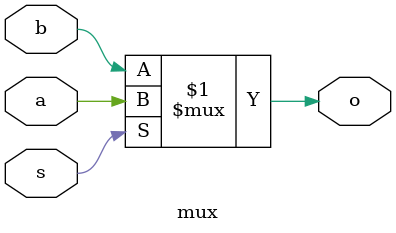
<source format=v>
module mux(o,a,b,s);
	input a,b,s;
	output o;
	assign o = s ? a:b;
endmodule

</source>
